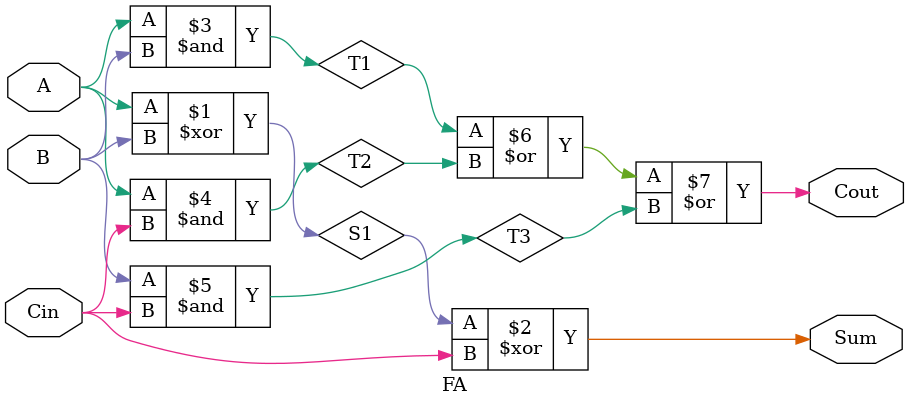
<source format=v>
`timescale 1ns / 1ps

module FA (
    input  A,
    input  B,
    input  Cin,
    output Sum,
    output Cout
);
  wire S1, T1, T2, T3;
  xor XU1 (S1, A, B), XU2 (Sum, S1, Cin);
  and AU1 (T1, A, B), AU2 (T2, A, Cin), AU3 (T3, B, Cin);
  or OU1 (Cout, T1, T2, T3);
endmodule

</source>
